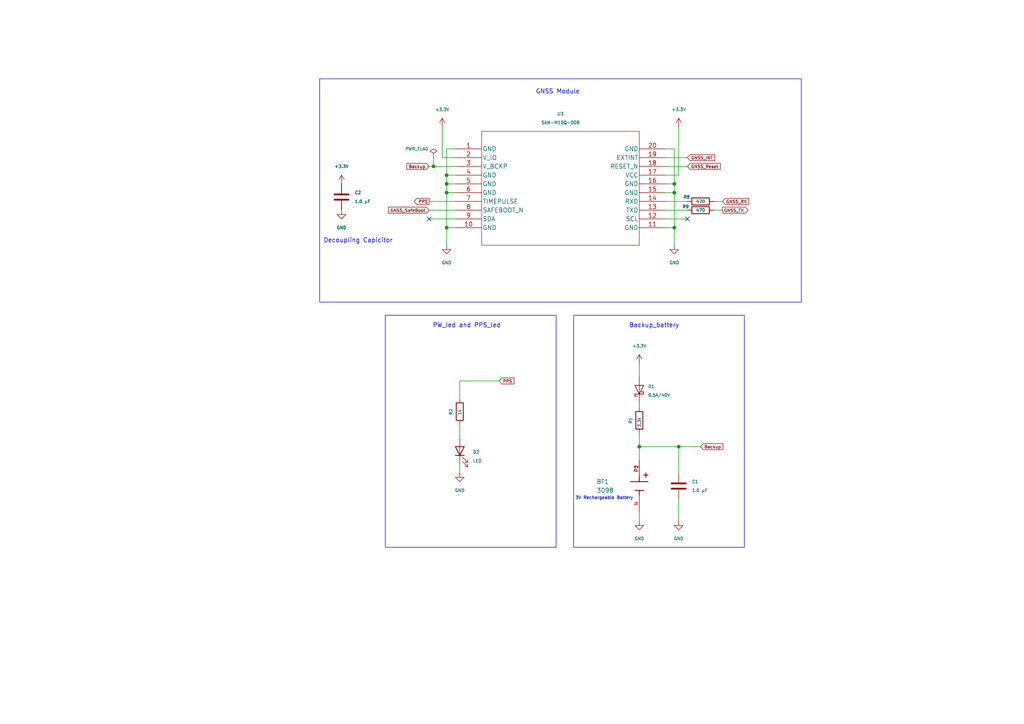
<source format=kicad_sch>
(kicad_sch (version 20231120) (generator "eeschema") (generator_version "8.0")
  (paper "A4")
  (lib_symbols
    (symbol "Battery3V_holder:3098" (pin_names (offset 1.016))
      (property "Reference" "BT" (at -3.81 3.81 0))
      (property "Value" "3098" (at -3.81 -5.08 0))
      (symbol "3098_0_0"
        (polyline (pts (xy -3.81 1.905) (xy -2.54 1.905)) (stroke (width 0.254)))
        (polyline (pts (xy -3.175 2.54) (xy -3.175 1.27)) (stroke (width 0.254)))
        (polyline (pts (xy -1.27 0) (xy -2.54 0)) (stroke (width 0.254)))
        (polyline (pts (xy -1.27 0) (xy -1.27 -2.54)) (stroke (width 0.254)))
        (polyline (pts (xy -1.27 2.54) (xy -1.27 0)) (stroke (width 0.254)))
        (polyline (pts (xy 1.27 0) (xy 1.27 -1.27)) (stroke (width 0.254)))
        (polyline (pts (xy 1.27 0) (xy 2.54 0)) (stroke (width 0.254)))
        (polyline (pts (xy 1.27 1.27) (xy 1.27 0)) (stroke (width 0.254)))
        (pin passive line (at 7.62 0 180) (length 5.08) (name "~") (number "N"))
        (pin passive line (at -7.62 0 0) (length 5.08) (name "~") (number "P1"))
        (pin passive line (at -7.62 0 0) (length 5.08) (name "~") (number "P2"))
      )
    )
    (symbol "Device:C" (pin_numbers hide) (pin_names (offset 0.254))
      (property "Reference" "C" (at 0.635 2.54 0))
      (property "Value" "C" (at 0.635 -2.54 0))
      (symbol "C_0_1"
        (polyline (pts (xy -2.032 -0.762) (xy 2.032 -0.762)) (stroke (width 0.508)))
        (polyline (pts (xy -2.032 0.762) (xy 2.032 0.762)) (stroke (width 0.508)))
      )
      (symbol "C_1_1"
        (pin passive line (at 0 3.81 270) (length 2.794) (name "~") (number "1"))
        (pin passive line (at 0 -3.81 90) (length 2.794) (name "~") (number "2"))
      )
    )
    (symbol "Device:LED" (pin_numbers hide) (pin_names (offset 1.016) hide)
      (property "Reference" "D" (at 0 2.54 0))
      (property "Value" "LED" (at 0 -2.54 0))
      (symbol "LED_0_1"
        (polyline (pts (xy -1.27 -1.27) (xy -1.27 1.27)) (stroke (width 0.254)))
        (polyline (pts (xy -1.27 0) (xy 1.27 0)))
        (polyline (pts (xy 1.27 -1.27) (xy 1.27 1.27) (xy -1.27 0) (xy 1.27 -1.27)) (stroke (width 0.254)))
        (polyline (pts (xy -3.048 -0.762) (xy -4.572 -2.286) (xy -3.81 -2.286) (xy -4.572 -2.286) (xy -4.572 -1.524)))
        (polyline (pts (xy -1.778 -0.762) (xy -3.302 -2.286) (xy -2.54 -2.286) (xy -3.302 -2.286) (xy -3.302 -1.524)))
      )
      (symbol "LED_1_1"
        (pin passive line (at -3.81 0 0) (length 2.54) (name "K") (number "1"))
        (pin passive line (at 3.81 0 180) (length 2.54) (name "A") (number "2"))
      )
    )
    (symbol "Device:R" (pin_numbers hide) (pin_names (offset 0))
      (property "Reference" "R" (at 2.032 0 90))
      (property "Value" "R" (at 0 0 90))
      (symbol "R_0_1"
        (rectangle (start -1.016 -2.54) (end 1.016 2.54) (stroke (width 0.254)))
      )
      (symbol "R_1_1"
        (pin passive line (at 0 3.81 270) (length 1.27) (name "~") (number "1"))
        (pin passive line (at 0 -3.81 90) (length 1.27) (name "~") (number "2"))
      )
    )
    (symbol "Diode:PMEG4005EH" (pin_numbers hide) (pin_names hide)
      (property "Reference" "D" (at 0 2.54 0))
      (property "Value" "PMEG4005EH" (at 0 -2.54 0))
      (symbol "PMEG4005EH_0_1"
        (polyline (pts (xy 1.27 0) (xy -1.27 0)))
        (polyline (pts (xy 1.27 1.27) (xy 1.27 -1.27) (xy -1.27 0) (xy 1.27 1.27)) (stroke (width 0.2032)))
        (polyline (pts (xy -1.905 0.635) (xy -1.905 1.27) (xy -1.27 1.27) (xy -1.27 -1.27) (xy -0.635 -1.27) (xy -0.635 -0.635)) (stroke (width 0.2032)))
      )
      (symbol "PMEG4005EH_1_1"
        (pin passive line (at -3.81 0 0) (length 2.54) (name "K") (number "1"))
        (pin passive line (at 3.81 0 180) (length 2.54) (name "A") (number "2"))
      )
    )
    (symbol "SAM-M10Q:SAM-M10Q-00B" (pin_names (offset 0.254))
      (property "Reference" "U13" (at 30.48 10.16 0))
      (property "Value" "SAM-M10Q-00B" (at 30.48 7.62 0))
      (symbol "SAM-M10Q-00B_0_1"
        (polyline (pts (xy 7.62 -27.94) (xy 53.34 -27.94)) (stroke (width 0.127)))
        (polyline (pts (xy 7.62 5.08) (xy 7.62 -27.94)) (stroke (width 0.127)))
        (polyline (pts (xy 53.34 -27.94) (xy 53.34 5.08)) (stroke (width 0.127)))
        (polyline (pts (xy 53.34 5.08) (xy 7.62 5.08)) (stroke (width 0.127)))
        (pin input line (at 60.96 -20.32 180) (length 7.62) (name "SCL") (number "12"))
        (pin output line (at 60.96 -17.78 180) (length 7.62) (name "TXD") (number "13"))
        (pin input line (at 60.96 -15.24 180) (length 7.62) (name "RXD") (number "14"))
        (pin power_in line (at 60.96 -7.62 180) (length 7.62) (name "VCC") (number "17"))
        (pin input line (at 60.96 -5.08 180) (length 7.62) (name "RESET_N") (number "18"))
        (pin input line (at 60.96 -2.54 180) (length 7.62) (name "EXTINT") (number "19"))
        (pin power_in line (at 0 -2.54 0) (length 7.62) (name "V_IO") (number "2"))
        (pin power_in line (at 0 -5.08 0) (length 7.62) (name "V_BCKP") (number "3"))
        (pin power_in line (at 0 -7.62 0) (length 7.62) (name "GND") (number "4"))
        (pin power_in line (at 0 -10.16 0) (length 7.62) (name "GND") (number "5"))
        (pin power_in line (at 0 -12.7 0) (length 7.62) (name "GND") (number "6"))
        (pin output line (at 0 -15.24 0) (length 7.62) (name "TIMEPULSE") (number "7"))
        (pin input line (at 0 -17.78 0) (length 7.62) (name "SAFEBOOT_N") (number "8"))
        (pin bidirectional line (at 0 -20.32 0) (length 7.62) (name "SDA") (number "9"))
      )
      (symbol "SAM-M10Q-00B_1_1"
        (pin power_in line (at 0 0 0) (length 7.62) (name "GND") (number "1"))
        (pin power_in line (at 0 -22.86 0) (length 7.62) (name "GND") (number "10"))
        (pin power_in line (at 60.96 -22.86 180) (length 7.62) (name "GND") (number "11"))
        (pin power_in line (at 60.96 -12.7 180) (length 7.62) (name "GND") (number "15"))
        (pin power_in line (at 60.96 -10.16 180) (length 7.62) (name "GND") (number "16"))
        (pin power_in line (at 60.96 0 180) (length 7.62) (name "GND") (number "20"))
      )
    )
    (symbol "power:GND" (power) (pin_numbers hide) (pin_names (offset 0) hide)
      (property "Value" "GND" (at 0 -3.81 0))
      (symbol "GND_0_1"
        (polyline (pts (xy 0 0) (xy 0 -1.27) (xy 1.27 -1.27) (xy 0 -2.54) (xy -1.27 -1.27) (xy 0 -1.27)))
      )
      (symbol "GND_1_1"
        (pin power_in line (at 0 0 270) (length 0) (name "~") (number "1"))
      )
    )
    (symbol "power:PWR_FLAG" (power) (pin_numbers hide) (pin_names (offset 0) hide)
      (property "Value" "PWR_FLAG" (at 0 3.81 0))
      (symbol "PWR_FLAG_0_0"
        (pin power_out line (at 0 0 90) (length 0) (name "~") (number "1"))
      )
      (symbol "PWR_FLAG_0_1"
        (polyline (pts (xy 0 0) (xy 0 1.27) (xy -1.016 1.905) (xy 0 2.54) (xy 1.016 1.905) (xy 0 1.27)))
      )
    )
    (symbol "power:VCC" (power) (pin_numbers hide) (pin_names (offset 0) hide)
      (property "Value" "VCC" (at 0 3.556 0))
      (symbol "VCC_0_1"
        (polyline (pts (xy -0.762 1.27) (xy 0 2.54)))
        (polyline (pts (xy 0 0) (xy 0 2.54)))
        (polyline (pts (xy 0 2.54) (xy 0.762 1.27)))
      )
      (symbol "VCC_1_1"
        (pin power_in line (at 0 0 90) (length 0) (name "~") (number "1"))
      )
    )
  )
  (junction (at 129.54 66.04))
  (junction (at 129.54 50.8))
  (junction (at 129.54 53.34))
  (junction (at 196.85 129.54))
  (junction (at 195.58 55.88))
  (junction (at 195.58 53.34))
  (junction (at 125.73 48.26))
  (junction (at 129.54 55.88))
  (junction (at 195.58 66.04))
  (junction (at 185.42 129.54))
  (no_connect (at 124.46 63.5))
  (no_connect (at 199.39 63.5))
  (wire (pts (xy 133.35 123.19) (xy 133.35 127)))
  (wire (pts (xy 185.42 105.41) (xy 185.42 109.22)))
  (wire (pts (xy 133.35 134.62) (xy 133.35 137.16)))
  (wire (pts (xy 124.46 58.42) (xy 132.08 58.42)))
  (wire (pts (xy 193.04 43.18) (xy 195.58 43.18)))
  (wire (pts (xy 193.04 55.88) (xy 195.58 55.88)))
  (wire (pts (xy 185.42 125.73) (xy 185.42 129.54)))
  (wire (pts (xy 128.27 36.83) (xy 128.27 45.72)))
  (wire (pts (xy 129.54 66.04) (xy 132.08 66.04)))
  (wire (pts (xy 124.46 63.5) (xy 132.08 63.5)))
  (wire (pts (xy 124.46 48.26) (xy 125.73 48.26)))
  (wire (pts (xy 124.46 60.96) (xy 132.08 60.96)))
  (wire (pts (xy 128.27 45.72) (xy 132.08 45.72)))
  (wire (pts (xy 185.42 148.59) (xy 185.42 151.13)))
  (wire (pts (xy 125.73 48.26) (xy 132.08 48.26)))
  (wire (pts (xy 207.01 60.96) (xy 209.55 60.96)))
  (wire (pts (xy 196.85 144.78) (xy 196.85 151.13)))
  (wire (pts (xy 129.54 55.88) (xy 129.54 66.04)))
  (wire (pts (xy 195.58 66.04) (xy 195.58 71.12)))
  (wire (pts (xy 196.85 129.54) (xy 203.2 129.54)))
  (wire (pts (xy 195.58 43.18) (xy 195.58 53.34)))
  (wire (pts (xy 196.85 129.54) (xy 196.85 137.16)))
  (wire (pts (xy 133.35 110.49) (xy 144.78 110.49)))
  (wire (pts (xy 193.04 66.04) (xy 195.58 66.04)))
  (wire (pts (xy 129.54 50.8) (xy 132.08 50.8)))
  (wire (pts (xy 199.39 48.26) (xy 193.04 48.26)))
  (wire (pts (xy 129.54 55.88) (xy 132.08 55.88)))
  (wire (pts (xy 193.04 58.42) (xy 199.39 58.42)))
  (wire (pts (xy 185.42 129.54) (xy 185.42 133.35)))
  (wire (pts (xy 199.39 45.72) (xy 193.04 45.72)))
  (wire (pts (xy 125.73 45.72) (xy 125.73 48.26)))
  (wire (pts (xy 129.54 53.34) (xy 129.54 55.88)))
  (wire (pts (xy 195.58 53.34) (xy 195.58 55.88)))
  (wire (pts (xy 193.04 53.34) (xy 195.58 53.34)))
  (wire (pts (xy 195.58 55.88) (xy 195.58 66.04)))
  (wire (pts (xy 133.35 110.49) (xy 133.35 115.57)))
  (wire (pts (xy 193.04 60.96) (xy 199.39 60.96)))
  (wire (pts (xy 129.54 53.34) (xy 132.08 53.34)))
  (wire (pts (xy 199.39 63.5) (xy 193.04 63.5)))
  (wire (pts (xy 129.54 50.8) (xy 129.54 53.34)))
  (wire (pts (xy 129.54 43.18) (xy 129.54 50.8)))
  (wire (pts (xy 185.42 116.84) (xy 185.42 118.11)))
  (wire (pts (xy 129.54 66.04) (xy 129.54 71.12)))
  (wire (pts (xy 207.01 58.42) (xy 209.55 58.42)))
  (wire (pts (xy 196.85 50.8) (xy 193.04 50.8)))
  (wire (pts (xy 185.42 129.54) (xy 196.85 129.54)))
  (wire (pts (xy 132.08 43.18) (xy 129.54 43.18)))
  (wire (pts (xy 196.85 36.83) (xy 196.85 50.8)))
  (rectangle (start 166.37 91.44) (end 215.9 158.75))
  (rectangle (start 92.71 22.86) (end 232.41 87.63))
  (rectangle (start 111.76 91.44) (end 161.29 158.75))
  (text "3V Rechargeable Battery" (at 175.26 144.526 0) (effects (font (size 0.889 0.889))))
  (text "Backup_battery" (at 189.738 94.488 0) (effects (font (size 1.27 1.27))))
  (text "GNSS Module" (at 161.798 26.67 0) (effects (font (size 1.27 1.27))))
  (text "Decoupling Capicitor" (at 103.886 69.85 0) (effects (font (size 1.27 1.27))))
  (text "PW_led and PPS_led" (at 135.382 94.488 0) (effects (font (size 1.27 1.27))))
  (global_label "GNSS_TX" (shape output) (at 209.55 60.96 0) (effects (font (size 0.889 0.889))) (property "Intersheetrefs" "${INTERSHEET_REFS}" (effects (hide yes))))
  (global_label "GNSS_INT" (shape input) (at 199.39 45.72 0) (effects (font (size 0.889 0.889))) (property "Intersheetrefs" "${INTERSHEET_REFS}" (effects (hide yes))))
  (global_label "PPS" (shape input) (at 144.78 110.49 0) (effects (font (size 0.889 0.889))) (property "Intersheetrefs" "${INTERSHEET_REFS}" (effects (hide yes))))
  (global_label "Backup" (shape input) (at 203.2 129.54 0) (effects (font (size 0.889 0.889))) (property "Intersheetrefs" "${INTERSHEET_REFS}" (effects (hide yes))))
  (global_label "GNSS_Reset" (shape input) (at 199.39 48.26 0) (effects (font (size 0.889 0.889))) (property "Intersheetrefs" "${INTERSHEET_REFS}" (effects (hide yes))))
  (global_label "PPS" (shape output) (at 124.46 58.42 180) (effects (font (size 0.889 0.889))) (property "Intersheetrefs" "${INTERSHEET_REFS}" (effects (hide yes))))
  (global_label "GNSS_RX" (shape input) (at 209.55 58.42 0) (effects (font (size 0.889 0.889))) (property "Intersheetrefs" "${INTERSHEET_REFS}" (effects (hide yes))))
  (global_label "Backup" (shape input) (at 124.46 48.26 180) (effects (font (size 0.889 0.889))) (property "Intersheetrefs" "${INTERSHEET_REFS}" (effects (hide yes))))
  (global_label "GNSS_SafeBoot" (shape input) (at 124.46 60.96 180) (effects (font (size 0.889 0.889))) (property "Intersheetrefs" "${INTERSHEET_REFS}" (effects (hide yes))))
  (symbol (lib_id "power:PWR_FLAG") (at 125.73 45.72 0) (unit 1)
    (property "Reference" "#FLG04" (effects (hide yes)))
    (property "Value" "PWR_FLAG" (at 120.904 43.18 0) (effects (font (size 0.889 0.889))))
    (property "Description" "Special symbol for telling ERC where power comes from" (effects (hide yes)))
  )
  (symbol (lib_id "Device:R") (at 133.35 119.38 0) (unit 1)
    (property "Reference" "R2" (at 130.81 120.396 90) (effects (font (size 0.889 0.889)) (justify left)))
    (property "Value" "1k" (at 133.35 120.396 90) (effects (font (size 0.889 0.889)) (justify left)))
    (property "Footprint" "Resistor_SMD:R_0402_1005Metric" (effects (hide yes)))
    (property "Description" "Resistor" (effects (hide yes)))
  )
  (symbol (lib_id "power:GND") (at 133.35 137.16 0) (unit 1)
    (property "Reference" "#PWR013" (effects (hide yes)))
    (property "Value" "GND" (at 133.35 142.24 0) (effects (font (size 0.889 0.889))))
    (property "Description" "Power symbol creates a global label with name \"GND\" , ground" (effects (hide yes)))
  )
  (symbol (lib_id "Device:C") (at 99.06 57.15 0) (unit 1)
    (property "Reference" "C2" (at 102.87 55.8799 0) (effects (font (size 0.889 0.889)) (justify left)))
    (property "Value" "1.0 µF" (at 102.87 58.4199 0) (effects (font (size 0.889 0.889)) (justify left)))
    (property "Footprint" "Capacitor_SMD:C_0402_1005Metric" (effects (hide yes)))
    (property "Description" "Unpolarized capacitor" (effects (hide yes)))
  )
  (symbol (lib_id "power:VCC") (at 128.27 36.83 0) (unit 1)
    (property "Reference" "#PWR01" (effects (hide yes)))
    (property "Value" "+3.3V" (at 128.27 31.75 0) (effects (font (size 0.889 0.889))))
    (property "Description" "Power symbol creates a global label with name \"VCC\"" (effects (hide yes)))
  )
  (symbol (lib_id "Battery3V_holder:3098") (at 185.42 140.97 270) (unit 1)
    (property "Reference" "BT1" (at 172.974 139.7 90) (effects (justify left)))
    (property "Value" "3098" (at 172.974 142.24 90) (effects (justify left)))
    (property "Footprint" "Battery3V_holder:BAT_3098" (effects (hide yes)))
    (property "MF" "Keystone Electronics" (effects (hide yes)))
    (property "MAXIMUM_PACKAGE_HEIGHT" "3.18mm" (effects (hide yes)))
    (property "Package" "None" (effects (hide yes)))
    (property "Price" "None" (effects (hide yes)))
    (property "Check_prices" "https://www.snapeda.com/parts/3098/Keystone/view-part/?ref=eda" (effects (hide yes)))
    (property "STANDARD" "Manufacturer Recommendations" (effects (hide yes)))
    (property "PARTREV" "K" (effects (hide yes)))
    (property "SnapEDA_Link" "https://www.snapeda.com/parts/3098/Keystone/view-part/?ref=snap" (effects (hide yes)))
    (property "MP" "3098" (effects (hide yes)))
    (property "Purchase-URL" "https://www.snapeda.com/api/url_track_click_mouser/?unipart_id=371074&manufacturer=Keystone Electronics&part_name=3098&search_term=None" (effects (hide yes)))
    (property "Description_1" "\n                        \n                            SMT Holder for 6.8mm Cell-Matte Tin Plate | Keystone Electronics 3098\n                        \n" (effects (hide yes)))
    (property "SNAPEDA_PN" "2998" (effects (hide yes)))
    (property "Availability" "In Stock" (effects (hide yes)))
    (property "MANUFACTURER" "Keystone Electronics" (effects (hide yes)))
  )
  (symbol (lib_id "power:VCC") (at 99.06 53.34 0) (unit 1)
    (property "Reference" "#PWR018" (effects (hide yes)))
    (property "Value" "+3.3V" (at 99.06 48.26 0) (effects (font (size 0.889 0.889))))
    (property "Description" "Power symbol creates a global label with name \"VCC\"" (effects (hide yes)))
  )
  (symbol (lib_id "power:GND") (at 196.85 151.13 0) (unit 1)
    (property "Reference" "#PWR011" (effects (hide yes)))
    (property "Value" "GND" (at 196.85 156.21 0) (effects (font (size 0.889 0.889))))
    (property "Description" "Power symbol creates a global label with name \"GND\" , ground" (effects (hide yes)))
  )
  (symbol (lib_id "Device:LED") (at 133.35 130.81 90) (unit 1)
    (property "Reference" "D2" (at 137.16 131.1274 90) (effects (font (size 0.889 0.889)) (justify right)))
    (property "Value" "LED" (at 137.16 133.6674 90) (effects (font (size 0.889 0.889)) (justify right)))
    (property "Footprint" "LED_SMD:LED_0402_1005Metric" (effects (hide yes)))
    (property "Description" "Light emitting diode" (effects (hide yes)))
  )
  (symbol (lib_id "power:GND") (at 195.58 71.12 0) (unit 1)
    (property "Reference" "#PWR015" (effects (hide yes)))
    (property "Value" "GND" (at 195.58 76.2 0) (effects (font (size 0.889 0.889))))
    (property "Description" "Power symbol creates a global label with name \"GND\" , ground" (effects (hide yes)))
  )
  (symbol (lib_id "Device:R") (at 203.2 60.96 270) (unit 1)
    (property "Reference" "R9" (at 198.882 59.944 90) (effects (font (size 0.889 0.889))))
    (property "Value" "470" (at 203.2 60.96 90) (effects (font (size 0.889 0.889))))
    (property "Footprint" "Resistor_SMD:R_0402_1005Metric" (effects (hide yes)))
    (property "Description" "Resistor" (effects (hide yes)))
  )
  (symbol (lib_id "power:VCC") (at 196.85 36.83 0) (unit 1)
    (property "Reference" "#PWR02" (effects (hide yes)))
    (property "Value" "+3.3V" (at 196.85 31.75 0) (effects (font (size 0.889 0.889))))
    (property "Description" "Power symbol creates a global label with name \"VCC\"" (effects (hide yes)))
  )
  (symbol (lib_id "Device:C") (at 196.85 140.97 0) (unit 1)
    (property "Reference" "C1" (at 200.66 139.6999 0) (effects (font (size 0.889 0.889)) (justify left)))
    (property "Value" "1.0 µF" (at 200.66 142.2399 0) (effects (font (size 0.889 0.889)) (justify left)))
    (property "Footprint" "Capacitor_SMD:C_0402_1005Metric" (effects (hide yes)))
    (property "Description" "Unpolarized capacitor" (effects (hide yes)))
  )
  (symbol (lib_id "Device:R") (at 203.2 58.42 270) (unit 1)
    (property "Reference" "R8" (at 199.136 57.15 90) (effects (font (size 0.889 0.889))))
    (property "Value" "470" (at 203.2 58.42 90) (effects (font (size 0.889 0.889))))
    (property "Footprint" "Resistor_SMD:R_0402_1005Metric" (effects (hide yes)))
    (property "Description" "Resistor" (effects (hide yes)))
  )
  (symbol (lib_id "power:GND") (at 99.06 60.96 0) (unit 1)
    (property "Reference" "#PWR019" (effects (hide yes)))
    (property "Value" "GND" (at 99.06 66.04 0) (effects (font (size 0.889 0.889))))
    (property "Description" "Power symbol creates a global label with name \"GND\" , ground" (effects (hide yes)))
  )
  (symbol (lib_id "SAM-M10Q:SAM-M10Q-00B") (at 132.08 43.18 0) (unit 1)
    (property "Reference" "U3" (at 162.56 33.02 0) (effects (font (size 0.889 0.889))))
    (property "Value" "SAM-M10Q-00B" (at 162.56 35.56 0) (effects (font (size 0.889 0.889))))
    (property "Footprint" "SAM-M10Q:SAM-M10Q_UBL" (effects (hide yes)))
    (property "Datasheet" "SAM-M10Q-00B" (effects (hide yes)))
  )
  (symbol (lib_id "Diode:PMEG4005EH") (at 185.42 113.03 90) (unit 1)
    (property "Reference" "D1" (at 187.96 112.0774 90) (effects (font (size 0.889 0.889)) (justify right)))
    (property "Value" "0.5A/40V" (at 187.96 114.6174 90) (effects (font (size 0.889 0.889)) (justify right)))
    (property "Footprint" "Diode_SMD:D_SOD-123F" (effects (hide yes)))
    (property "Datasheet" "https://assets.nexperia.com/documents/data-sheet/PMEGXX05EH_EJ_SER.pdf" (effects (hide yes)))
    (property "Description" "40V, 500mA very low Vf MEGA Schottky barrier rectifier, SOD-123F" (effects (hide yes)))
  )
  (symbol (lib_id "power:GND") (at 185.42 151.13 0) (unit 1)
    (property "Reference" "#PWR010" (effects (hide yes)))
    (property "Value" "GND" (at 185.42 156.21 0) (effects (font (size 0.889 0.889))))
    (property "Description" "Power symbol creates a global label with name \"GND\" , ground" (effects (hide yes)))
  )
  (symbol (lib_id "power:GND") (at 129.54 71.12 0) (unit 1)
    (property "Reference" "#PWR016" (effects (hide yes)))
    (property "Value" "GND" (at 129.54 76.2 0) (effects (font (size 0.889 0.889))))
    (property "Description" "Power symbol creates a global label with name \"GND\" , ground" (effects (hide yes)))
  )
  (symbol (lib_id "power:VCC") (at 185.42 105.41 0) (unit 1)
    (property "Reference" "#PWR09" (effects (hide yes)))
    (property "Value" "+3.3V" (at 185.42 100.33 0) (effects (font (size 0.889 0.889))))
    (property "Description" "Power symbol creates a global label with name \"VCC\"" (effects (hide yes)))
  )
  (symbol (lib_id "Device:R") (at 185.42 121.92 0) (unit 1)
    (property "Reference" "R1" (at 182.88 122.936 90) (effects (font (size 0.889 0.889)) (justify left)))
    (property "Value" "3.3k" (at 185.42 123.952 90) (effects (font (size 0.889 0.889)) (justify left)))
    (property "Footprint" "Resistor_SMD:R_0402_1005Metric" (effects (hide yes)))
    (property "Description" "Resistor" (effects (hide yes)))
  )
)
</source>
